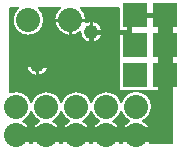
<source format=gbr>
%FSLAX35Y35*%
%MOIN*%
G04 EasyPC Gerber Version 18.0.8 Build 3632 *
%ADD108R,0.08000X0.08000*%
%ADD11C,0.00500*%
%ADD21C,0.01000*%
%ADD70C,0.01500*%
%ADD71C,0.04800*%
%ADD26C,0.05000*%
%ADD107C,0.08000*%
X0Y0D02*
D02*
D11*
X2750Y19604D02*
G75*
G02X9750Y16351I2000J-4854D01*
G01*
G75*
G02X19750I5000J-1601*
G01*
G75*
G02X29750I5000J-1601*
G01*
G75*
G02X39750I5000J-1601*
G01*
G75*
G02X50000Y14750I5000J-1601*
G01*
G75*
G02X46986Y10000I-5250*
G01*
G75*
G02X49367Y2750I-2236J-4750*
G01*
X56750*
Y20000*
X39000*
Y47750*
X26150*
G75*
G02X28000Y43750I-3400J-4000*
G01*
G75*
G02X27933Y42916I-5250J-1*
G01*
G75*
G02X33400Y39750I1817J-3166*
G01*
G75*
G02X26100Y39708I-3650*
G01*
G75*
G02X19350Y47750I-3350J4042*
G01*
X12150*
G75*
G02X14000Y43750I-3400J-4000*
G01*
G75*
G02X3500I-5250*
G01*
G75*
G02X5350Y47750I5250*
G01*
X2750*
Y19604*
X8100Y28750D02*
G75*
G02X15400I3650D01*
G01*
G75*
G02X8100I-3650*
G01*
X2750D02*
G36*
Y19604D01*
G75*
G02X9750Y16351I2000J-4854*
G01*
G75*
G02X19750I5000J-1601*
G01*
G75*
G02X29750I5000J-1601*
G01*
G75*
G02X39750I5000J-1601*
G01*
G75*
G02X50000Y14750I5000J-1601*
G01*
G75*
G02X46986Y10000I-5250*
G01*
G75*
G02X49367Y2750I-2236J-4750*
G01*
X56750*
Y20000*
X39000*
Y28750*
X15400*
G75*
G02X8100I-3650*
G01*
X2750*
G37*
X8100D02*
G36*
G75*
G02X15400I3650D01*
G01*
X39000*
Y47750*
X26150*
G75*
G02X28000Y43750I-3400J-4000*
G01*
G75*
G02X27933Y42916I-5250J-1*
G01*
G75*
G02X33400Y39750I1817J-3166*
G01*
G75*
G02X26100Y39708I-3650*
G01*
G75*
G02X19350Y47750I-3350J4042*
G01*
X12150*
G75*
G02X14000Y43750I-3400J-4000*
G01*
G75*
G02X3500I-5250*
G01*
G75*
G02X5350Y47750I5250*
G01*
X2750*
Y28750*
X8100*
G37*
X6986Y10000D02*
G75*
G02X9750Y6851I-2236J-4750D01*
G01*
G75*
G02X12514Y10000I5000J-1600*
G01*
G75*
G02X9750Y13149I2236J4750*
G01*
G75*
G02X6986Y10000I-5000J1600*
G01*
G36*
G75*
G02X9750Y6851I-2236J-4750*
G01*
G75*
G02X12514Y10000I5000J-1600*
G01*
G75*
G02X9750Y13149I2236J4750*
G01*
G75*
G02X6986Y10000I-5000J1600*
G01*
G37*
X9367Y2750D02*
X10133D01*
G75*
G02X9750Y3649I4617J2500*
G01*
G75*
G02X9367Y2750I-5000J1601*
G01*
G36*
X10133*
G75*
G02X9750Y3649I4617J2500*
G01*
G75*
G02X9367Y2750I-5000J1601*
G01*
G37*
X16986Y10000D02*
G75*
G02X19750Y6851I-2236J-4750D01*
G01*
G75*
G02X22514Y10000I5000J-1600*
G01*
G75*
G02X19750Y13149I2236J4750*
G01*
G75*
G02X16986Y10000I-5000J1600*
G01*
G36*
G75*
G02X19750Y6851I-2236J-4750*
G01*
G75*
G02X22514Y10000I5000J-1600*
G01*
G75*
G02X19750Y13149I2236J4750*
G01*
G75*
G02X16986Y10000I-5000J1600*
G01*
G37*
X19367Y2750D02*
X20133D01*
G75*
G02X19750Y3649I4617J2500*
G01*
G75*
G02X19367Y2750I-5000J1601*
G01*
G36*
X20133*
G75*
G02X19750Y3649I4617J2500*
G01*
G75*
G02X19367Y2750I-5000J1601*
G01*
G37*
X26986Y10000D02*
G75*
G02X29750Y6851I-2236J-4750D01*
G01*
G75*
G02X32514Y10000I5000J-1600*
G01*
G75*
G02X29750Y13149I2236J4750*
G01*
G75*
G02X26986Y10000I-5000J1600*
G01*
G36*
G75*
G02X29750Y6851I-2236J-4750*
G01*
G75*
G02X32514Y10000I5000J-1600*
G01*
G75*
G02X29750Y13149I2236J4750*
G01*
G75*
G02X26986Y10000I-5000J1600*
G01*
G37*
X29367Y2750D02*
X30133D01*
G75*
G02X29750Y3649I4617J2500*
G01*
G75*
G02X29367Y2750I-5000J1601*
G01*
G36*
X30133*
G75*
G02X29750Y3649I4617J2500*
G01*
G75*
G02X29367Y2750I-5000J1601*
G01*
G37*
X36986Y10000D02*
G75*
G02X39750Y6851I-2236J-4750D01*
G01*
G75*
G02X42514Y10000I5000J-1600*
G01*
G75*
G02X39750Y13149I2236J4750*
G01*
G75*
G02X36986Y10000I-5000J1600*
G01*
G36*
G75*
G02X39750Y6851I-2236J-4750*
G01*
G75*
G02X42514Y10000I5000J-1600*
G01*
G75*
G02X39750Y13149I2236J4750*
G01*
G75*
G02X36986Y10000I-5000J1600*
G01*
G37*
X39367Y2750D02*
X40133D01*
G75*
G02X39750Y3649I4617J2500*
G01*
G75*
G02X39367Y2750I-5000J1601*
G01*
G36*
X40133*
G75*
G02X39750Y3649I4617J2500*
G01*
G75*
G02X39367Y2750I-5000J1601*
G01*
G37*
D02*
D70*
X29750Y39750D02*
Y28750D01*
X11750*
X29750Y39750D02*
X42250D01*
Y45250*
X54250*
D02*
D71*
X11750Y28750D03*
X29750Y39750D03*
D02*
D21*
X9850Y28750D02*
X7850D01*
X11750Y26850D02*
Y24850D01*
Y30650D02*
Y32650D01*
X13650Y28750D02*
X15650D01*
X19250Y43750D02*
X17250D01*
X22750Y40250D02*
Y38250D01*
X26250Y43750D02*
X28250D01*
X29750Y37850D02*
Y35850D01*
Y41650D02*
Y43650D01*
X31650Y39750D02*
X33650D01*
D02*
D26*
X54250Y45250D02*
Y5750D01*
X4750*
Y5250*
D02*
D107*
D03*
Y14750D03*
X8750Y43750D03*
X14750Y5250D03*
Y14750D03*
X22750Y43750D03*
X24750Y5250D03*
Y14750D03*
X34750Y5250D03*
Y14750D03*
X44750Y5250D03*
Y14750D03*
D02*
D108*
X44250Y25250D03*
Y35250D03*
Y45250D03*
X54250Y25250D03*
Y35250D03*
Y45250D03*
X0Y0D02*
M02*

</source>
